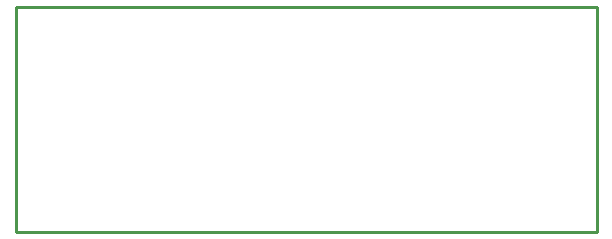
<source format=gbr>
G04 EAGLE Gerber RS-274X export*
G75*
%MOMM*%
%FSLAX34Y34*%
%LPD*%
%IN*%
%IPPOS*%
%AMOC8*
5,1,8,0,0,1.08239X$1,22.5*%
G01*
%ADD10C,0.254000*%


D10*
X86360Y43180D02*
X577850Y43180D01*
X577850Y233680D01*
X86360Y233680D01*
X86360Y43180D01*
M02*

</source>
